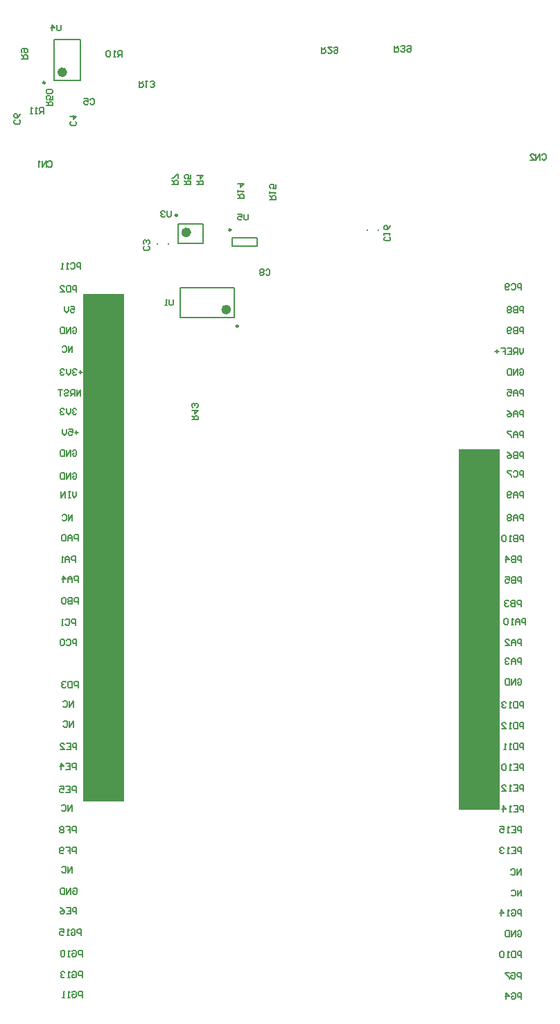
<source format=gbr>
%TF.GenerationSoftware,Altium Limited,Altium Designer,19.1.6 (110)*%
G04 Layer_Color=32896*
%FSLAX26Y26*%
%MOIN*%
%TF.FileFunction,Legend,Bot*%
%TF.Part,Single*%
G01*
G75*
%TA.AperFunction,NonConductor*%
%ADD51C,0.009842*%
%ADD52C,0.023622*%
%ADD53C,0.007874*%
%ADD54C,0.005906*%
G36*
X2179365Y2972247D02*
Y1239963D01*
X2376215D01*
Y2972247D01*
X2179365D01*
D02*
G37*
G36*
X373148Y3720471D02*
X373151Y1279529D01*
X570001D01*
X569999Y3720471D01*
X373148D01*
D02*
G37*
D51*
X1081929Y4028071D02*
G03*
X1081929Y4028071I-4921J0D01*
G01*
X824213Y4097598D02*
G03*
X824213Y4097598I-4921J0D01*
G01*
X1117795Y3564811D02*
G03*
X1117795Y3564811I-4921J0D01*
G01*
X188701Y4735551D02*
G03*
X188701Y4735551I-4921J0D01*
G01*
D52*
X879331Y4015905D02*
G03*
X879331Y4015905I-11811J0D01*
G01*
X1071535Y3644535D02*
G03*
X1071535Y3644535I-11811J0D01*
G01*
X283189Y4785945D02*
G03*
X283189Y4785945I-11811J0D01*
G01*
D53*
X1087836Y3950316D02*
Y3989686D01*
X1209882Y3950316D02*
Y3989686D01*
X1087836D02*
X1209882D01*
X1087836Y3950316D02*
X1209882D01*
X950198Y3964724D02*
Y4055276D01*
X828150Y3964724D02*
Y4055276D01*
Y3964724D02*
X950198D01*
X828150Y4055276D02*
X950198D01*
X1791575Y4027032D02*
Y4030968D01*
X1738425Y4027032D02*
Y4030968D01*
X728598Y3959032D02*
Y3962968D01*
X781748Y3959032D02*
Y3962968D01*
X839252Y3605166D02*
Y3750834D01*
X1099094Y3605166D02*
Y3750834D01*
X839252D02*
X1099094D01*
X839252Y3605166D02*
X1099094D01*
X232008Y4746574D02*
Y4943426D01*
X357992Y4746574D02*
Y4943426D01*
X232008Y4746574D02*
X357992D01*
X232008Y4943426D02*
X357992D01*
D54*
X310321Y3659518D02*
X330000D01*
Y3644759D01*
X320161Y3649679D01*
X315241D01*
X310321Y3644759D01*
Y3634920D01*
X315241Y3630000D01*
X325080D01*
X330000Y3634920D01*
X300482Y3659518D02*
Y3639839D01*
X290642Y3630000D01*
X280803Y3639839D01*
Y3659518D01*
X201913Y4352492D02*
X203319Y4355304D01*
X206131Y4358115D01*
X208942Y4359521D01*
X214565D01*
X217377Y4358115D01*
X220188Y4355304D01*
X221594Y4352492D01*
X223000Y4348275D01*
Y4341246D01*
X221594Y4337029D01*
X220188Y4334217D01*
X217377Y4331406D01*
X214565Y4330000D01*
X208942D01*
X206131Y4331406D01*
X203319Y4334217D01*
X201913Y4337029D01*
X193619Y4359521D02*
Y4330000D01*
Y4359521D02*
X173939Y4330000D01*
Y4359521D02*
Y4330000D01*
X165785Y4353898D02*
X162973Y4355304D01*
X158756Y4359521D01*
Y4330000D01*
X2577913Y4386492D02*
X2579319Y4389304D01*
X2582131Y4392115D01*
X2584942Y4393521D01*
X2590565D01*
X2593377Y4392115D01*
X2596188Y4389304D01*
X2597594Y4386492D01*
X2599000Y4382275D01*
Y4375246D01*
X2597594Y4371029D01*
X2596188Y4368217D01*
X2593377Y4365406D01*
X2590565Y4364000D01*
X2584942D01*
X2582131Y4365406D01*
X2579319Y4368217D01*
X2577913Y4371029D01*
X2569619Y4393521D02*
Y4364000D01*
Y4393521D02*
X2549939Y4364000D01*
Y4393521D02*
Y4364000D01*
X2540379Y4386492D02*
Y4387898D01*
X2538973Y4390710D01*
X2537568Y4392115D01*
X2534756Y4393521D01*
X2529133D01*
X2526322Y4392115D01*
X2524916Y4390710D01*
X2523510Y4387898D01*
Y4385087D01*
X2524916Y4382275D01*
X2527727Y4378058D01*
X2541785Y4364000D01*
X2522104D01*
X320000Y3440000D02*
Y3469518D01*
X300321Y3440000D01*
Y3469518D01*
X270803Y3464598D02*
X275723Y3469518D01*
X285562D01*
X290482Y3464598D01*
Y3444920D01*
X285562Y3440000D01*
X275723D01*
X270803Y3444920D01*
X360000Y3840000D02*
Y3869518D01*
X345241D01*
X340321Y3864598D01*
Y3854759D01*
X345241Y3849839D01*
X360000D01*
X310803Y3864598D02*
X315723Y3869518D01*
X325562D01*
X330482Y3864598D01*
Y3844920D01*
X325562Y3840000D01*
X315723D01*
X310803Y3844920D01*
X300964Y3840000D02*
X291124D01*
X296044D01*
Y3869518D01*
X300964Y3864598D01*
X276365Y3840000D02*
X266526D01*
X271446D01*
Y3869518D01*
X276365Y3864598D01*
X340000Y3730000D02*
Y3759518D01*
X325241D01*
X320321Y3754598D01*
Y3744759D01*
X325241Y3739839D01*
X340000D01*
X310482Y3759518D02*
Y3730000D01*
X295723D01*
X290803Y3734920D01*
Y3754598D01*
X295723Y3759518D01*
X310482D01*
X261285Y3730000D02*
X280964D01*
X261285Y3749679D01*
Y3754598D01*
X266205Y3759518D01*
X276044D01*
X280964Y3754598D01*
X320321Y3554598D02*
X325241Y3559518D01*
X335080D01*
X340000Y3554598D01*
Y3534920D01*
X335080Y3530000D01*
X325241D01*
X320321Y3534920D01*
Y3544759D01*
X330161D01*
X310482Y3530000D02*
Y3559518D01*
X290803Y3530000D01*
Y3559518D01*
X280964D02*
Y3530000D01*
X266205D01*
X261285Y3534920D01*
Y3554598D01*
X266205Y3559518D01*
X280964D01*
X370000Y3344759D02*
X350321D01*
X360161Y3354598D02*
Y3334920D01*
X340482Y3354598D02*
X335562Y3359518D01*
X325723D01*
X320803Y3354598D01*
Y3349679D01*
X325723Y3344759D01*
X330642D01*
X325723D01*
X320803Y3339839D01*
Y3334920D01*
X325723Y3330000D01*
X335562D01*
X340482Y3334920D01*
X310964Y3359518D02*
Y3339839D01*
X301124Y3330000D01*
X291285Y3339839D01*
Y3359518D01*
X281446Y3354598D02*
X276526Y3359518D01*
X266687D01*
X261767Y3354598D01*
Y3349679D01*
X266687Y3344759D01*
X271606D01*
X266687D01*
X261767Y3339839D01*
Y3334920D01*
X266687Y3330000D01*
X276526D01*
X281446Y3334920D01*
X360000Y3230000D02*
Y3259518D01*
X340321Y3230000D01*
Y3259518D01*
X330482Y3230000D02*
Y3259518D01*
X315723D01*
X310803Y3254598D01*
Y3244759D01*
X315723Y3239839D01*
X330482D01*
X320642D02*
X310803Y3230000D01*
X281285Y3254598D02*
X286205Y3259518D01*
X296044D01*
X300964Y3254598D01*
Y3249679D01*
X296044Y3244759D01*
X286205D01*
X281285Y3239839D01*
Y3234920D01*
X286205Y3230000D01*
X296044D01*
X300964Y3234920D01*
X271446Y3259518D02*
X251767D01*
X261606D01*
Y3230000D01*
X340000Y3164598D02*
X335080Y3169518D01*
X325241D01*
X320321Y3164598D01*
Y3159679D01*
X325241Y3154759D01*
X330161D01*
X325241D01*
X320321Y3149839D01*
Y3144920D01*
X325241Y3140000D01*
X335080D01*
X340000Y3144920D01*
X310482Y3169518D02*
Y3149839D01*
X300642Y3140000D01*
X290803Y3149839D01*
Y3169518D01*
X280964Y3164598D02*
X276044Y3169518D01*
X266205D01*
X261285Y3164598D01*
Y3159679D01*
X266205Y3154759D01*
X271124D01*
X266205D01*
X261285Y3149839D01*
Y3144920D01*
X266205Y3140000D01*
X276044D01*
X280964Y3144920D01*
X350000Y3054759D02*
X330321D01*
X340161Y3064598D02*
Y3044920D01*
X300803Y3069518D02*
X320482D01*
Y3054759D01*
X310642Y3059679D01*
X305723D01*
X300803Y3054759D01*
Y3044920D01*
X305723Y3040000D01*
X315562D01*
X320482Y3044920D01*
X290964Y3069518D02*
Y3049839D01*
X281124Y3040000D01*
X271285Y3049839D01*
Y3069518D01*
X320321Y2964598D02*
X325241Y2969518D01*
X335080D01*
X340000Y2964598D01*
Y2944920D01*
X335080Y2940000D01*
X325241D01*
X320321Y2944920D01*
Y2954759D01*
X330161D01*
X310482Y2940000D02*
Y2969518D01*
X290803Y2940000D01*
Y2969518D01*
X280964D02*
Y2940000D01*
X266205D01*
X261285Y2944920D01*
Y2964598D01*
X266205Y2969518D01*
X280964D01*
X320321Y2854598D02*
X325241Y2859518D01*
X335080D01*
X340000Y2854598D01*
Y2834920D01*
X335080Y2830000D01*
X325241D01*
X320321Y2834920D01*
Y2844759D01*
X330161D01*
X310482Y2830000D02*
Y2859518D01*
X290803Y2830000D01*
Y2859518D01*
X280964D02*
Y2830000D01*
X266205D01*
X261285Y2834920D01*
Y2854598D01*
X266205Y2859518D01*
X280964D01*
X347795Y2229956D02*
Y2259474D01*
X333036D01*
X328117Y2254554D01*
Y2244715D01*
X333036Y2239795D01*
X347795D01*
X318277Y2259474D02*
Y2229956D01*
X303518D01*
X298599Y2234875D01*
Y2239795D01*
X303518Y2244715D01*
X318277D01*
X303518D01*
X298599Y2249634D01*
Y2254554D01*
X303518Y2259474D01*
X318277D01*
X288759Y2254554D02*
X283839Y2259474D01*
X274000D01*
X269080Y2254554D01*
Y2234875D01*
X274000Y2229956D01*
X283839D01*
X288759Y2234875D01*
Y2254554D01*
X347807Y2333956D02*
Y2363474D01*
X333048D01*
X328128Y2358554D01*
Y2348715D01*
X333048Y2343795D01*
X347807D01*
X318288Y2333956D02*
Y2353634D01*
X308449Y2363474D01*
X298610Y2353634D01*
Y2333956D01*
Y2348715D01*
X318288D01*
X274011Y2333956D02*
Y2363474D01*
X288770Y2348715D01*
X269092D01*
X335795Y2429956D02*
Y2459474D01*
X321036D01*
X316117Y2454554D01*
Y2444715D01*
X321036Y2439795D01*
X335795D01*
X306277Y2429956D02*
Y2449634D01*
X296438Y2459474D01*
X286599Y2449634D01*
Y2429956D01*
Y2444715D01*
X306277D01*
X276759Y2429956D02*
X266920D01*
X271839D01*
Y2459474D01*
X276759Y2454554D01*
X347795Y2531956D02*
Y2561474D01*
X333036D01*
X328117Y2556554D01*
Y2546715D01*
X333036Y2541795D01*
X347795D01*
X318277Y2531956D02*
Y2551634D01*
X308438Y2561474D01*
X298599Y2551634D01*
Y2531956D01*
Y2546715D01*
X318277D01*
X288759Y2556554D02*
X283839Y2561474D01*
X274000D01*
X269080Y2556554D01*
Y2536875D01*
X274000Y2531956D01*
X283839D01*
X288759Y2536875D01*
Y2556554D01*
X340000Y2769518D02*
Y2749839D01*
X330161Y2740000D01*
X320321Y2749839D01*
Y2769518D01*
X310482D02*
X300642D01*
X305562D01*
Y2740000D01*
X310482D01*
X300642D01*
X285884D02*
Y2769518D01*
X266205Y2740000D01*
Y2769518D01*
X340000Y1530000D02*
Y1559518D01*
X325241D01*
X320321Y1554598D01*
Y1544759D01*
X325241Y1539839D01*
X340000D01*
X290803Y1559518D02*
X310482D01*
Y1530000D01*
X290803D01*
X310482Y1544759D02*
X300642D01*
X261285Y1530000D02*
X280964D01*
X261285Y1549679D01*
Y1554598D01*
X266205Y1559518D01*
X276044D01*
X280964Y1554598D01*
X347795Y1827956D02*
Y1857474D01*
X333036D01*
X328117Y1852554D01*
Y1842715D01*
X333036Y1837795D01*
X347795D01*
X318277Y1857474D02*
Y1827956D01*
X303518D01*
X298599Y1832875D01*
Y1852554D01*
X303518Y1857474D01*
X318277D01*
X288759Y1852554D02*
X283839Y1857474D01*
X274000D01*
X269080Y1852554D01*
Y1847634D01*
X274000Y1842715D01*
X278920D01*
X274000D01*
X269080Y1837795D01*
Y1832875D01*
X274000Y1827956D01*
X283839D01*
X288759Y1832875D01*
X340000Y2030000D02*
Y2059518D01*
X325241D01*
X320321Y2054598D01*
Y2044759D01*
X325241Y2039839D01*
X340000D01*
X290803Y2054598D02*
X295723Y2059518D01*
X305562D01*
X310482Y2054598D01*
Y2034920D01*
X305562Y2030000D01*
X295723D01*
X290803Y2034920D01*
X280964Y2054598D02*
X276044Y2059518D01*
X266205D01*
X261285Y2054598D01*
Y2034920D01*
X266205Y2030000D01*
X276044D01*
X280964Y2034920D01*
Y2054598D01*
X335795Y2126956D02*
Y2156474D01*
X321036D01*
X316117Y2151554D01*
Y2141715D01*
X321036Y2136795D01*
X335795D01*
X286599Y2151554D02*
X291518Y2156474D01*
X301358D01*
X306277Y2151554D01*
Y2131875D01*
X301358Y2126956D01*
X291518D01*
X286599Y2131875D01*
X276759Y2126956D02*
X266920D01*
X271839D01*
Y2156474D01*
X276759Y2151554D01*
X337795Y1028956D02*
Y1058474D01*
X323036D01*
X318117Y1053554D01*
Y1043715D01*
X323036Y1038795D01*
X337795D01*
X288599Y1058474D02*
X308277D01*
Y1043715D01*
X298438D01*
X308277D01*
Y1028956D01*
X278759Y1033875D02*
X273839Y1028956D01*
X264000D01*
X259080Y1033875D01*
Y1053554D01*
X264000Y1058474D01*
X273839D01*
X278759Y1053554D01*
Y1048634D01*
X273839Y1043715D01*
X259080D01*
X337795Y1128956D02*
Y1158474D01*
X323036D01*
X318117Y1153554D01*
Y1143715D01*
X323036Y1138795D01*
X337795D01*
X288599Y1158474D02*
X308277D01*
Y1143715D01*
X298438D01*
X308277D01*
Y1128956D01*
X278759Y1153554D02*
X273839Y1158474D01*
X264000D01*
X259080Y1153554D01*
Y1148634D01*
X264000Y1143715D01*
X259080Y1138795D01*
Y1133875D01*
X264000Y1128956D01*
X273839D01*
X278759Y1133875D01*
Y1138795D01*
X273839Y1143715D01*
X278759Y1148634D01*
Y1153554D01*
X273839Y1143715D02*
X264000D01*
X337807Y1433956D02*
Y1463474D01*
X323048D01*
X318128Y1458554D01*
Y1448715D01*
X323048Y1443795D01*
X337807D01*
X288610Y1463474D02*
X308288D01*
Y1433956D01*
X288610D01*
X308288Y1448715D02*
X298449D01*
X264011Y1433956D02*
Y1463474D01*
X278770Y1448715D01*
X259092D01*
X366964Y337955D02*
Y367474D01*
X352205D01*
X347285Y362554D01*
Y352714D01*
X352205Y347795D01*
X366964D01*
X317767Y362554D02*
X322687Y367474D01*
X332526D01*
X337446Y362554D01*
Y342875D01*
X332526Y337955D01*
X322687D01*
X317767Y342875D01*
Y352714D01*
X327606D01*
X307928Y337955D02*
X298088D01*
X303008D01*
Y367474D01*
X307928Y362554D01*
X283329Y337955D02*
X273490D01*
X278409D01*
Y367474D01*
X283329Y362554D01*
X366964Y432955D02*
Y462474D01*
X352205D01*
X347285Y457554D01*
Y447714D01*
X352205Y442795D01*
X366964D01*
X317767Y457554D02*
X322687Y462474D01*
X332526D01*
X337446Y457554D01*
Y437875D01*
X332526Y432955D01*
X322687D01*
X317767Y437875D01*
Y447714D01*
X327606D01*
X307928Y432955D02*
X298088D01*
X303008D01*
Y462474D01*
X307928Y457554D01*
X283329D02*
X278409Y462474D01*
X268570D01*
X263651Y457554D01*
Y452634D01*
X268570Y447714D01*
X273490D01*
X268570D01*
X263651Y442795D01*
Y437875D01*
X268570Y432955D01*
X278409D01*
X283329Y437875D01*
X366964Y533956D02*
Y563474D01*
X352205D01*
X347285Y558554D01*
Y548715D01*
X352205Y543795D01*
X366964D01*
X317767Y558554D02*
X322687Y563474D01*
X332526D01*
X337446Y558554D01*
Y538875D01*
X332526Y533956D01*
X322687D01*
X317767Y538875D01*
Y548715D01*
X327606D01*
X307928Y533956D02*
X298088D01*
X303008D01*
Y563474D01*
X307928Y558554D01*
X283329D02*
X278409Y563474D01*
X268570D01*
X263651Y558554D01*
Y538875D01*
X268570Y533956D01*
X278409D01*
X283329Y538875D01*
Y558554D01*
X340000Y740000D02*
Y769518D01*
X325241D01*
X320321Y764598D01*
Y754759D01*
X325241Y749839D01*
X340000D01*
X290803Y769518D02*
X310482D01*
Y740000D01*
X290803D01*
X310482Y754759D02*
X300642D01*
X261285Y769518D02*
X271124Y764598D01*
X280964Y754759D01*
Y744920D01*
X276044Y740000D01*
X266205D01*
X261285Y744920D01*
Y749839D01*
X266205Y754759D01*
X280964D01*
X322172Y858428D02*
X327091Y863348D01*
X336931D01*
X341850Y858428D01*
Y838749D01*
X336931Y833830D01*
X327091D01*
X322172Y838749D01*
Y848588D01*
X332011D01*
X312332Y833830D02*
Y863348D01*
X292654Y833830D01*
Y863348D01*
X282814D02*
Y833830D01*
X268055D01*
X263135Y838749D01*
Y858428D01*
X268055Y863348D01*
X282814D01*
X337795Y1322956D02*
Y1352474D01*
X323036D01*
X318117Y1347554D01*
Y1337715D01*
X323036Y1332795D01*
X337795D01*
X288599Y1352474D02*
X308277D01*
Y1322956D01*
X288599D01*
X308277Y1337715D02*
X298438D01*
X259080Y1352474D02*
X278759D01*
Y1337715D01*
X268920Y1342634D01*
X264000D01*
X259080Y1337715D01*
Y1327875D01*
X264000Y1322956D01*
X273839D01*
X278759Y1327875D01*
X2470321Y3354598D02*
X2475241Y3359518D01*
X2485080D01*
X2490000Y3354598D01*
Y3334920D01*
X2485080Y3330000D01*
X2475241D01*
X2470321Y3334920D01*
Y3344759D01*
X2480161D01*
X2460482Y3330000D02*
Y3359518D01*
X2440803Y3330000D01*
Y3359518D01*
X2430964D02*
Y3330000D01*
X2416205D01*
X2411285Y3334920D01*
Y3354598D01*
X2416205Y3359518D01*
X2430964D01*
X2490000Y3459518D02*
Y3439839D01*
X2480161Y3430000D01*
X2470321Y3439839D01*
Y3459518D01*
X2460482Y3430000D02*
Y3459518D01*
X2445723D01*
X2440803Y3454598D01*
Y3444759D01*
X2445723Y3439839D01*
X2460482D01*
X2450642D02*
X2440803Y3430000D01*
X2411285Y3459518D02*
X2430964D01*
Y3430000D01*
X2411285D01*
X2430964Y3444759D02*
X2421124D01*
X2381767Y3459518D02*
X2401446D01*
Y3444759D01*
X2391606D01*
X2401446D01*
Y3430000D01*
X2371928Y3444759D02*
X2352249D01*
X2362088Y3454598D02*
Y3434920D01*
X2490000Y3530000D02*
Y3559518D01*
X2475241D01*
X2470321Y3554598D01*
Y3544759D01*
X2475241Y3539839D01*
X2490000D01*
X2460482Y3559518D02*
Y3530000D01*
X2445723D01*
X2440803Y3534920D01*
Y3539839D01*
X2445723Y3544759D01*
X2460482D01*
X2445723D01*
X2440803Y3549679D01*
Y3554598D01*
X2445723Y3559518D01*
X2460482D01*
X2430964Y3534920D02*
X2426044Y3530000D01*
X2416205D01*
X2411285Y3534920D01*
Y3554598D01*
X2416205Y3559518D01*
X2426044D01*
X2430964Y3554598D01*
Y3549679D01*
X2426044Y3544759D01*
X2411285D01*
X2490000Y3630000D02*
Y3659518D01*
X2475241D01*
X2470321Y3654598D01*
Y3644759D01*
X2475241Y3639839D01*
X2490000D01*
X2460482Y3659518D02*
Y3630000D01*
X2445723D01*
X2440803Y3634920D01*
Y3639839D01*
X2445723Y3644759D01*
X2460482D01*
X2445723D01*
X2440803Y3649679D01*
Y3654598D01*
X2445723Y3659518D01*
X2460482D01*
X2430964Y3654598D02*
X2426044Y3659518D01*
X2416205D01*
X2411285Y3654598D01*
Y3649679D01*
X2416205Y3644759D01*
X2411285Y3639839D01*
Y3634920D01*
X2416205Y3630000D01*
X2426044D01*
X2430964Y3634920D01*
Y3639839D01*
X2426044Y3644759D01*
X2430964Y3649679D01*
Y3654598D01*
X2426044Y3644759D02*
X2416205D01*
X2480000Y3740000D02*
Y3769518D01*
X2465241D01*
X2460321Y3764598D01*
Y3754759D01*
X2465241Y3749839D01*
X2480000D01*
X2430803Y3764598D02*
X2435723Y3769518D01*
X2445562D01*
X2450482Y3764598D01*
Y3744920D01*
X2445562Y3740000D01*
X2435723D01*
X2430803Y3744920D01*
X2420964D02*
X2416044Y3740000D01*
X2406205D01*
X2401285Y3744920D01*
Y3764598D01*
X2406205Y3769518D01*
X2416044D01*
X2420964Y3764598D01*
Y3759679D01*
X2416044Y3754759D01*
X2401285D01*
X2490000Y2840000D02*
Y2869518D01*
X2475241D01*
X2470321Y2864598D01*
Y2854759D01*
X2475241Y2849839D01*
X2490000D01*
X2440803Y2864598D02*
X2445723Y2869518D01*
X2455562D01*
X2460482Y2864598D01*
Y2844920D01*
X2455562Y2840000D01*
X2445723D01*
X2440803Y2844920D01*
X2430964Y2869518D02*
X2411285D01*
Y2864598D01*
X2430964Y2844920D01*
Y2840000D01*
X2490000Y2930000D02*
Y2959518D01*
X2475241D01*
X2470321Y2954598D01*
Y2944759D01*
X2475241Y2939839D01*
X2490000D01*
X2460482Y2959518D02*
Y2930000D01*
X2445723D01*
X2440803Y2934920D01*
Y2939839D01*
X2445723Y2944759D01*
X2460482D01*
X2445723D01*
X2440803Y2949679D01*
Y2954598D01*
X2445723Y2959518D01*
X2460482D01*
X2411285D02*
X2421124Y2954598D01*
X2430964Y2944759D01*
Y2934920D01*
X2426044Y2930000D01*
X2416205D01*
X2411285Y2934920D01*
Y2939839D01*
X2416205Y2944759D01*
X2430964D01*
X2490000Y3030000D02*
Y3059518D01*
X2475241D01*
X2470321Y3054598D01*
Y3044759D01*
X2475241Y3039839D01*
X2490000D01*
X2460482Y3030000D02*
Y3049679D01*
X2450642Y3059518D01*
X2440803Y3049679D01*
Y3030000D01*
Y3044759D01*
X2460482D01*
X2430964Y3059518D02*
X2411285D01*
Y3054598D01*
X2430964Y3034920D01*
Y3030000D01*
X2490000Y3130000D02*
Y3159518D01*
X2475241D01*
X2470321Y3154598D01*
Y3144759D01*
X2475241Y3139839D01*
X2490000D01*
X2460482Y3130000D02*
Y3149679D01*
X2450642Y3159518D01*
X2440803Y3149679D01*
Y3130000D01*
Y3144759D01*
X2460482D01*
X2411285Y3159518D02*
X2421124Y3154598D01*
X2430964Y3144759D01*
Y3134920D01*
X2426044Y3130000D01*
X2416205D01*
X2411285Y3134920D01*
Y3139839D01*
X2416205Y3144759D01*
X2430964D01*
X2490000Y3230000D02*
Y3259518D01*
X2475241D01*
X2470321Y3254598D01*
Y3244759D01*
X2475241Y3239839D01*
X2490000D01*
X2460482Y3230000D02*
Y3249679D01*
X2450642Y3259518D01*
X2440803Y3249679D01*
Y3230000D01*
Y3244759D01*
X2460482D01*
X2411285Y3259518D02*
X2430964D01*
Y3244759D01*
X2421124Y3249679D01*
X2416205D01*
X2411285Y3244759D01*
Y3234920D01*
X2416205Y3230000D01*
X2426044D01*
X2430964Y3234920D01*
X2480000Y2330000D02*
Y2359518D01*
X2465241D01*
X2460321Y2354598D01*
Y2344759D01*
X2465241Y2339839D01*
X2480000D01*
X2450482Y2359518D02*
Y2330000D01*
X2435723D01*
X2430803Y2334920D01*
Y2339839D01*
X2435723Y2344759D01*
X2450482D01*
X2435723D01*
X2430803Y2349679D01*
Y2354598D01*
X2435723Y2359518D01*
X2450482D01*
X2401285D02*
X2420964D01*
Y2344759D01*
X2411124Y2349679D01*
X2406205D01*
X2401285Y2344759D01*
Y2334920D01*
X2406205Y2330000D01*
X2416044D01*
X2420964Y2334920D01*
X2480000Y2430000D02*
Y2459518D01*
X2465241D01*
X2460321Y2454598D01*
Y2444759D01*
X2465241Y2439839D01*
X2480000D01*
X2450482Y2459518D02*
Y2430000D01*
X2435723D01*
X2430803Y2434920D01*
Y2439839D01*
X2435723Y2444759D01*
X2450482D01*
X2435723D01*
X2430803Y2449679D01*
Y2454598D01*
X2435723Y2459518D01*
X2450482D01*
X2406205Y2430000D02*
Y2459518D01*
X2420964Y2444759D01*
X2401285D01*
X2490000Y2530000D02*
Y2559518D01*
X2475241D01*
X2470321Y2554598D01*
Y2544759D01*
X2475241Y2539839D01*
X2490000D01*
X2460482Y2559518D02*
Y2530000D01*
X2445723D01*
X2440803Y2534920D01*
Y2539839D01*
X2445723Y2544759D01*
X2460482D01*
X2445723D01*
X2440803Y2549679D01*
Y2554598D01*
X2445723Y2559518D01*
X2460482D01*
X2430964Y2530000D02*
X2421124D01*
X2426044D01*
Y2559518D01*
X2430964Y2554598D01*
X2406365D02*
X2401446Y2559518D01*
X2391606D01*
X2386687Y2554598D01*
Y2534920D01*
X2391606Y2530000D01*
X2401446D01*
X2406365Y2534920D01*
Y2554598D01*
X2490000Y2630000D02*
Y2659518D01*
X2475241D01*
X2470321Y2654598D01*
Y2644759D01*
X2475241Y2639839D01*
X2490000D01*
X2460482Y2630000D02*
Y2649679D01*
X2450642Y2659518D01*
X2440803Y2649679D01*
Y2630000D01*
Y2644759D01*
X2460482D01*
X2430964Y2654598D02*
X2426044Y2659518D01*
X2416205D01*
X2411285Y2654598D01*
Y2649679D01*
X2416205Y2644759D01*
X2411285Y2639839D01*
Y2634920D01*
X2416205Y2630000D01*
X2426044D01*
X2430964Y2634920D01*
Y2639839D01*
X2426044Y2644759D01*
X2430964Y2649679D01*
Y2654598D01*
X2426044Y2644759D02*
X2416205D01*
X2490000Y2740000D02*
Y2769518D01*
X2475241D01*
X2470321Y2764598D01*
Y2754759D01*
X2475241Y2749839D01*
X2490000D01*
X2460482Y2740000D02*
Y2759679D01*
X2450642Y2769518D01*
X2440803Y2759679D01*
Y2740000D01*
Y2754759D01*
X2460482D01*
X2430964Y2744920D02*
X2426044Y2740000D01*
X2416205D01*
X2411285Y2744920D01*
Y2764598D01*
X2416205Y2769518D01*
X2426044D01*
X2430964Y2764598D01*
Y2759679D01*
X2426044Y2754759D01*
X2411285D01*
X2460321Y1864598D02*
X2465241Y1869518D01*
X2475080D01*
X2480000Y1864598D01*
Y1844920D01*
X2475080Y1840000D01*
X2465241D01*
X2460321Y1844920D01*
Y1854759D01*
X2470161D01*
X2450482Y1840000D02*
Y1869518D01*
X2430803Y1840000D01*
Y1869518D01*
X2420964D02*
Y1840000D01*
X2406205D01*
X2401285Y1844920D01*
Y1864598D01*
X2406205Y1869518D01*
X2420964D01*
X2480000Y1940000D02*
Y1969518D01*
X2465241D01*
X2460321Y1964598D01*
Y1954759D01*
X2465241Y1949839D01*
X2480000D01*
X2450482Y1940000D02*
Y1959679D01*
X2440642Y1969518D01*
X2430803Y1959679D01*
Y1940000D01*
Y1954759D01*
X2450482D01*
X2420964Y1964598D02*
X2416044Y1969518D01*
X2406205D01*
X2401285Y1964598D01*
Y1959679D01*
X2406205Y1954759D01*
X2411124D01*
X2406205D01*
X2401285Y1949839D01*
Y1944920D01*
X2406205Y1940000D01*
X2416044D01*
X2420964Y1944920D01*
X2480000Y2030000D02*
Y2059518D01*
X2465241D01*
X2460321Y2054598D01*
Y2044759D01*
X2465241Y2039839D01*
X2480000D01*
X2450482Y2030000D02*
Y2049679D01*
X2440642Y2059518D01*
X2430803Y2049679D01*
Y2030000D01*
Y2044759D01*
X2450482D01*
X2401285Y2030000D02*
X2420964D01*
X2401285Y2049679D01*
Y2054598D01*
X2406205Y2059518D01*
X2416044D01*
X2420964Y2054598D01*
X2500000Y2130000D02*
Y2159518D01*
X2485241D01*
X2480321Y2154598D01*
Y2144759D01*
X2485241Y2139839D01*
X2500000D01*
X2470482Y2130000D02*
Y2149679D01*
X2460642Y2159518D01*
X2450803Y2149679D01*
Y2130000D01*
Y2144759D01*
X2470482D01*
X2440964Y2130000D02*
X2431124D01*
X2436044D01*
Y2159518D01*
X2440964Y2154598D01*
X2416365D02*
X2411446Y2159518D01*
X2401606D01*
X2396687Y2154598D01*
Y2134920D01*
X2401606Y2130000D01*
X2411446D01*
X2416365Y2134920D01*
Y2154598D01*
X2478795Y2216956D02*
Y2246474D01*
X2464036D01*
X2459117Y2241554D01*
Y2231715D01*
X2464036Y2226795D01*
X2478795D01*
X2449277Y2246474D02*
Y2216956D01*
X2434518D01*
X2429599Y2221875D01*
Y2226795D01*
X2434518Y2231715D01*
X2449277D01*
X2434518D01*
X2429599Y2236634D01*
Y2241554D01*
X2434518Y2246474D01*
X2449277D01*
X2419759Y2241554D02*
X2414839Y2246474D01*
X2405000D01*
X2400080Y2241554D01*
Y2236634D01*
X2405000Y2231715D01*
X2409920D01*
X2405000D01*
X2400080Y2226795D01*
Y2221875D01*
X2405000Y2216956D01*
X2414839D01*
X2419759Y2221875D01*
X2490000Y1330000D02*
Y1359518D01*
X2475241D01*
X2470321Y1354598D01*
Y1344759D01*
X2475241Y1339839D01*
X2490000D01*
X2440803Y1359518D02*
X2460482D01*
Y1330000D01*
X2440803D01*
X2460482Y1344759D02*
X2450642D01*
X2430964Y1330000D02*
X2421124D01*
X2426044D01*
Y1359518D01*
X2430964Y1354598D01*
X2386687Y1330000D02*
X2406365D01*
X2386687Y1349679D01*
Y1354598D01*
X2391606Y1359518D01*
X2401446D01*
X2406365Y1354598D01*
X2490000Y1430000D02*
Y1459518D01*
X2475241D01*
X2470321Y1454598D01*
Y1444759D01*
X2475241Y1439839D01*
X2490000D01*
X2440803Y1459518D02*
X2460482D01*
Y1430000D01*
X2440803D01*
X2460482Y1444759D02*
X2450642D01*
X2430964Y1430000D02*
X2421124D01*
X2426044D01*
Y1459518D01*
X2430964Y1454598D01*
X2406365D02*
X2401446Y1459518D01*
X2391606D01*
X2386687Y1454598D01*
Y1434920D01*
X2391606Y1430000D01*
X2401446D01*
X2406365Y1434920D01*
Y1454598D01*
X2490000Y1530000D02*
Y1559518D01*
X2475241D01*
X2470321Y1554598D01*
Y1544759D01*
X2475241Y1539839D01*
X2490000D01*
X2460482Y1559518D02*
Y1530000D01*
X2445723D01*
X2440803Y1534920D01*
Y1554598D01*
X2445723Y1559518D01*
X2460482D01*
X2430964Y1530000D02*
X2421124D01*
X2426044D01*
Y1559518D01*
X2430964Y1554598D01*
X2406365Y1530000D02*
X2396526D01*
X2401446D01*
Y1559518D01*
X2406365Y1554598D01*
X2490000Y1630000D02*
Y1659518D01*
X2475241D01*
X2470321Y1654598D01*
Y1644759D01*
X2475241Y1639839D01*
X2490000D01*
X2460482Y1659518D02*
Y1630000D01*
X2445723D01*
X2440803Y1634920D01*
Y1654598D01*
X2445723Y1659518D01*
X2460482D01*
X2430964Y1630000D02*
X2421124D01*
X2426044D01*
Y1659518D01*
X2430964Y1654598D01*
X2386687Y1630000D02*
X2406365D01*
X2386687Y1649679D01*
Y1654598D01*
X2391606Y1659518D01*
X2401446D01*
X2406365Y1654598D01*
X2490000Y1730000D02*
Y1759518D01*
X2475241D01*
X2470321Y1754598D01*
Y1744759D01*
X2475241Y1739839D01*
X2490000D01*
X2460482Y1759518D02*
Y1730000D01*
X2445723D01*
X2440803Y1734920D01*
Y1754598D01*
X2445723Y1759518D01*
X2460482D01*
X2430964Y1730000D02*
X2421124D01*
X2426044D01*
Y1759518D01*
X2430964Y1754598D01*
X2406365D02*
X2401446Y1759518D01*
X2391606D01*
X2386687Y1754598D01*
Y1749679D01*
X2391606Y1744759D01*
X2396526D01*
X2391606D01*
X2386687Y1739839D01*
Y1734920D01*
X2391606Y1730000D01*
X2401446D01*
X2406365Y1734920D01*
X2480000Y1030000D02*
Y1059518D01*
X2465241D01*
X2460321Y1054598D01*
Y1044759D01*
X2465241Y1039839D01*
X2480000D01*
X2430803Y1059518D02*
X2450482D01*
Y1030000D01*
X2430803D01*
X2450482Y1044759D02*
X2440642D01*
X2420964Y1030000D02*
X2411124D01*
X2416044D01*
Y1059518D01*
X2420964Y1054598D01*
X2396365D02*
X2391446Y1059518D01*
X2381606D01*
X2376687Y1054598D01*
Y1049679D01*
X2381606Y1044759D01*
X2386526D01*
X2381606D01*
X2376687Y1039839D01*
Y1034920D01*
X2381606Y1030000D01*
X2391446D01*
X2396365Y1034920D01*
X2480000Y1130000D02*
Y1159518D01*
X2465241D01*
X2460321Y1154598D01*
Y1144759D01*
X2465241Y1139839D01*
X2480000D01*
X2430803Y1159518D02*
X2450482D01*
Y1130000D01*
X2430803D01*
X2450482Y1144759D02*
X2440642D01*
X2420964Y1130000D02*
X2411124D01*
X2416044D01*
Y1159518D01*
X2420964Y1154598D01*
X2376687Y1159518D02*
X2396365D01*
Y1144759D01*
X2386526Y1149679D01*
X2381606D01*
X2376687Y1144759D01*
Y1134920D01*
X2381606Y1130000D01*
X2391446D01*
X2396365Y1134920D01*
X2490000Y1230000D02*
Y1259518D01*
X2475241D01*
X2470321Y1254598D01*
Y1244759D01*
X2475241Y1239839D01*
X2490000D01*
X2440803Y1259518D02*
X2460482D01*
Y1230000D01*
X2440803D01*
X2460482Y1244759D02*
X2450642D01*
X2430964Y1230000D02*
X2421124D01*
X2426044D01*
Y1259518D01*
X2430964Y1254598D01*
X2391606Y1230000D02*
Y1259518D01*
X2406365Y1244759D01*
X2386687D01*
X2480000Y730000D02*
Y759518D01*
X2465241D01*
X2460321Y754598D01*
Y744759D01*
X2465241Y739839D01*
X2480000D01*
X2430803Y754598D02*
X2435723Y759518D01*
X2445562D01*
X2450482Y754598D01*
Y734920D01*
X2445562Y730000D01*
X2435723D01*
X2430803Y734920D01*
Y744759D01*
X2440642D01*
X2420964Y730000D02*
X2411124D01*
X2416044D01*
Y759518D01*
X2420964Y754598D01*
X2381606Y730000D02*
Y759518D01*
X2396365Y744759D01*
X2376687D01*
X2460321Y654598D02*
X2465241Y659518D01*
X2475080D01*
X2480000Y654598D01*
Y634920D01*
X2475080Y630000D01*
X2465241D01*
X2460321Y634920D01*
Y644759D01*
X2470161D01*
X2450482Y630000D02*
Y659518D01*
X2430803Y630000D01*
Y659518D01*
X2420964D02*
Y630000D01*
X2406205D01*
X2401285Y634920D01*
Y654598D01*
X2406205Y659518D01*
X2420964D01*
X2480000Y530000D02*
Y559518D01*
X2465241D01*
X2460321Y554598D01*
Y544759D01*
X2465241Y539839D01*
X2480000D01*
X2450482Y559518D02*
Y530000D01*
X2435723D01*
X2430803Y534920D01*
Y554598D01*
X2435723Y559518D01*
X2450482D01*
X2420964Y530000D02*
X2411124D01*
X2416044D01*
Y559518D01*
X2420964Y554598D01*
X2396365D02*
X2391446Y559518D01*
X2381606D01*
X2376687Y554598D01*
Y534920D01*
X2381606Y530000D01*
X2391446D01*
X2396365Y534920D01*
Y554598D01*
X2479331Y428039D02*
Y457558D01*
X2464572D01*
X2459652Y452638D01*
Y442798D01*
X2464572Y437879D01*
X2479331D01*
X2430134Y452638D02*
X2435054Y457558D01*
X2444893D01*
X2449813Y452638D01*
Y432959D01*
X2444893Y428039D01*
X2435054D01*
X2430134Y432959D01*
Y442798D01*
X2439973D01*
X2420294Y457558D02*
X2400616D01*
Y452638D01*
X2420294Y432959D01*
Y428039D01*
X320000Y2630000D02*
Y2659518D01*
X300321Y2630000D01*
Y2659518D01*
X270803Y2654598D02*
X275723Y2659518D01*
X285562D01*
X290482Y2654598D01*
Y2634920D01*
X285562Y2630000D01*
X275723D01*
X270803Y2634920D01*
X324291Y1734420D02*
Y1763938D01*
X304613Y1734420D01*
Y1763938D01*
X275095Y1759018D02*
X280014Y1763938D01*
X289854D01*
X294773Y1759018D01*
Y1739340D01*
X289854Y1734420D01*
X280014D01*
X275095Y1739340D01*
X325276Y1636979D02*
Y1666497D01*
X305597Y1636979D01*
Y1666497D01*
X276079Y1661578D02*
X280999Y1666497D01*
X290838D01*
X295758Y1661578D01*
Y1641899D01*
X290838Y1636979D01*
X280999D01*
X276079Y1641899D01*
X317244Y1234420D02*
Y1263938D01*
X297565Y1234420D01*
Y1263938D01*
X268047Y1259018D02*
X272967Y1263938D01*
X282806D01*
X287726Y1259018D01*
Y1239340D01*
X282806Y1234420D01*
X272967D01*
X268047Y1239340D01*
X318228Y937176D02*
Y966694D01*
X298550Y937176D01*
Y966694D01*
X269032Y961774D02*
X273951Y966694D01*
X283791D01*
X288710Y961774D01*
Y942096D01*
X283791Y937176D01*
X273951D01*
X269032Y942096D01*
X362874Y635842D02*
Y665361D01*
X348115D01*
X343195Y660441D01*
Y650601D01*
X348115Y645682D01*
X362874D01*
X313677Y660441D02*
X318597Y665361D01*
X328436D01*
X333356Y660441D01*
Y640762D01*
X328436Y635842D01*
X318597D01*
X313677Y640762D01*
Y650601D01*
X323517D01*
X303838Y635842D02*
X293998D01*
X298918D01*
Y665361D01*
X303838Y660441D01*
X259561Y665361D02*
X279239D01*
Y650601D01*
X269400Y655521D01*
X264480D01*
X259561Y650601D01*
Y640762D01*
X264480Y635842D01*
X274320D01*
X279239Y640762D01*
X2477992Y926223D02*
Y955741D01*
X2458314Y926223D01*
Y955741D01*
X2428795Y950822D02*
X2433715Y955741D01*
X2443554D01*
X2448474Y950822D01*
Y931143D01*
X2443554Y926223D01*
X2433715D01*
X2428795Y931143D01*
X2479961Y824845D02*
Y854363D01*
X2460282Y824845D01*
Y854363D01*
X2430764Y849444D02*
X2435684Y854363D01*
X2445523D01*
X2450443Y849444D01*
Y829765D01*
X2445523Y824845D01*
X2435684D01*
X2430764Y829765D01*
X2480000Y330000D02*
Y359518D01*
X2465241D01*
X2460321Y354598D01*
Y344759D01*
X2465241Y339839D01*
X2480000D01*
X2430803Y354598D02*
X2435723Y359518D01*
X2445562D01*
X2450482Y354598D01*
Y334920D01*
X2445562Y330000D01*
X2435723D01*
X2430803Y334920D01*
Y344759D01*
X2440642D01*
X2406205Y330000D02*
Y359518D01*
X2420964Y344759D01*
X2401285D01*
X795000Y4119518D02*
Y4094920D01*
X790080Y4090000D01*
X780241D01*
X775321Y4094920D01*
Y4119518D01*
X765482Y4114598D02*
X760562Y4119518D01*
X750723D01*
X745803Y4114598D01*
Y4109679D01*
X750723Y4104759D01*
X755643D01*
X750723D01*
X745803Y4099839D01*
Y4094920D01*
X750723Y4090000D01*
X760562D01*
X765482Y4094920D01*
X859173Y4245000D02*
X888691D01*
Y4259759D01*
X883772Y4264679D01*
X873932D01*
X869013Y4259759D01*
Y4245000D01*
Y4254839D02*
X859173Y4264679D01*
X888691Y4294197D02*
Y4274518D01*
X873932D01*
X878852Y4284358D01*
Y4289277D01*
X873932Y4294197D01*
X864093D01*
X859173Y4289277D01*
Y4279438D01*
X864093Y4274518D01*
X919173Y4245000D02*
X948691D01*
Y4259759D01*
X943772Y4264679D01*
X933932D01*
X929013Y4259759D01*
Y4245000D01*
Y4254839D02*
X919173Y4264679D01*
Y4289277D02*
X948691D01*
X933932Y4274518D01*
Y4294197D01*
X1844598Y3994679D02*
X1849518Y3989759D01*
Y3979920D01*
X1844598Y3975000D01*
X1824920D01*
X1820000Y3979920D01*
Y3989759D01*
X1824920Y3994679D01*
X1820000Y4004518D02*
Y4014358D01*
Y4009438D01*
X1849518D01*
X1844598Y4004518D01*
X1849518Y4048795D02*
X1844598Y4038956D01*
X1834759Y4029117D01*
X1824920D01*
X1820000Y4034036D01*
Y4043876D01*
X1824920Y4048795D01*
X1829839D01*
X1834759Y4043876D01*
Y4029117D01*
X685772Y3949679D02*
X690691Y3944759D01*
Y3934920D01*
X685772Y3930000D01*
X666093D01*
X661173Y3934920D01*
Y3944759D01*
X666093Y3949679D01*
X685772Y3959518D02*
X690691Y3964438D01*
Y3974277D01*
X685772Y3979197D01*
X680852D01*
X675932Y3974277D01*
Y3969358D01*
Y3974277D01*
X671013Y3979197D01*
X666093D01*
X661173Y3974277D01*
Y3964438D01*
X666093Y3959518D01*
X405321Y4654598D02*
X410241Y4659518D01*
X420080D01*
X425000Y4654598D01*
Y4634920D01*
X420080Y4630000D01*
X410241D01*
X405321Y4634920D01*
X375803Y4659518D02*
X395482D01*
Y4644759D01*
X385642Y4649679D01*
X380723D01*
X375803Y4644759D01*
Y4634920D01*
X380723Y4630000D01*
X390562D01*
X395482Y4634920D01*
X63598Y4557679D02*
X68518Y4552759D01*
Y4542920D01*
X63598Y4538000D01*
X43920D01*
X39000Y4542920D01*
Y4552759D01*
X43920Y4557679D01*
X68518Y4587197D02*
X63598Y4577358D01*
X53759Y4567518D01*
X43920D01*
X39000Y4572438D01*
Y4582277D01*
X43920Y4587197D01*
X48839D01*
X53759Y4582277D01*
Y4567518D01*
X334598Y4549679D02*
X339518Y4544759D01*
Y4534920D01*
X334598Y4530000D01*
X314920D01*
X310000Y4534920D01*
Y4544759D01*
X314920Y4549679D01*
X310000Y4574277D02*
X339518D01*
X324759Y4559518D01*
Y4579197D01*
X799173Y4246000D02*
X828691D01*
Y4260759D01*
X823772Y4265679D01*
X813932D01*
X809013Y4260759D01*
Y4246000D01*
Y4255839D02*
X799173Y4265679D01*
X828691Y4275518D02*
Y4295197D01*
X823772D01*
X804093Y4275518D01*
X799173D01*
X75000Y4850000D02*
X104518D01*
Y4864759D01*
X99598Y4869679D01*
X89759D01*
X84839Y4864759D01*
Y4850000D01*
Y4859839D02*
X75000Y4869679D01*
X79920Y4879518D02*
X75000Y4884438D01*
Y4894277D01*
X79920Y4899197D01*
X99598D01*
X104518Y4894277D01*
Y4884438D01*
X99598Y4879518D01*
X94679D01*
X89759Y4884438D01*
Y4899197D01*
X557000Y4860000D02*
Y4889518D01*
X542241D01*
X537321Y4884598D01*
Y4874759D01*
X542241Y4869839D01*
X557000D01*
X547161D02*
X537321Y4860000D01*
X527482D02*
X517643D01*
X522562D01*
Y4889518D01*
X527482Y4884598D01*
X502884D02*
X497964Y4889518D01*
X488125D01*
X483205Y4884598D01*
Y4864920D01*
X488125Y4860000D01*
X497964D01*
X502884Y4864920D01*
Y4884598D01*
X181000Y4588000D02*
Y4617518D01*
X166241D01*
X161321Y4612598D01*
Y4602759D01*
X166241Y4597839D01*
X181000D01*
X171161D02*
X161321Y4588000D01*
X151482D02*
X141643D01*
X146562D01*
Y4617518D01*
X151482Y4612598D01*
X126883Y4588000D02*
X117044D01*
X121964D01*
Y4617518D01*
X126883Y4612598D01*
X641000Y4744000D02*
Y4714482D01*
X655759D01*
X660679Y4719402D01*
Y4729241D01*
X655759Y4734161D01*
X641000D01*
X650839D02*
X660679Y4744000D01*
X670518D02*
X680357D01*
X675438D01*
Y4714482D01*
X670518Y4719402D01*
X695116D02*
X700036Y4714482D01*
X709875D01*
X714795Y4719402D01*
Y4724321D01*
X709875Y4729241D01*
X704956D01*
X709875D01*
X714795Y4734161D01*
Y4739080D01*
X709875Y4744000D01*
X700036D01*
X695116Y4739080D01*
X1517957Y4907366D02*
Y4877848D01*
X1532716D01*
X1537635Y4882768D01*
Y4892607D01*
X1532716Y4897527D01*
X1517957D01*
X1527796D02*
X1537635Y4907366D01*
X1567153D02*
X1547475D01*
X1567153Y4887688D01*
Y4882768D01*
X1562234Y4877848D01*
X1552394D01*
X1547475Y4882768D01*
X1576993Y4902447D02*
X1581912Y4907366D01*
X1591752D01*
X1596671Y4902447D01*
Y4882768D01*
X1591752Y4877848D01*
X1581912D01*
X1576993Y4882768D01*
Y4887688D01*
X1581912Y4892607D01*
X1596671D01*
X1870000Y4913071D02*
Y4883553D01*
X1884759D01*
X1889679Y4888472D01*
Y4898312D01*
X1884759Y4903231D01*
X1870000D01*
X1879839D02*
X1889679Y4913071D01*
X1899518Y4888472D02*
X1904438Y4883553D01*
X1914277D01*
X1919197Y4888472D01*
Y4893392D01*
X1914277Y4898312D01*
X1909358D01*
X1914277D01*
X1919197Y4903231D01*
Y4908151D01*
X1914277Y4913071D01*
X1904438D01*
X1899518Y4908151D01*
X1929036D02*
X1933956Y4913071D01*
X1943795D01*
X1948715Y4908151D01*
Y4888472D01*
X1943795Y4883553D01*
X1933956D01*
X1929036Y4888472D01*
Y4893392D01*
X1933956Y4898312D01*
X1948715D01*
X805000Y3694518D02*
Y3669920D01*
X800080Y3665000D01*
X790241D01*
X785321Y3669920D01*
Y3694518D01*
X775482Y3665000D02*
X765643D01*
X770562D01*
Y3694518D01*
X775482Y3689598D01*
X265000Y5014518D02*
Y4989920D01*
X260080Y4985000D01*
X250241D01*
X245321Y4989920D01*
Y5014518D01*
X220723Y4985000D02*
Y5014518D01*
X235482Y4999759D01*
X215803D01*
X1165000Y4104518D02*
Y4079920D01*
X1160080Y4075000D01*
X1150241D01*
X1145321Y4079920D01*
Y4104518D01*
X1115803D02*
X1135482D01*
Y4089759D01*
X1125642Y4094679D01*
X1120723D01*
X1115803Y4089759D01*
Y4079920D01*
X1120723Y4075000D01*
X1130562D01*
X1135482Y4079920D01*
X1250321Y3834598D02*
X1255241Y3839518D01*
X1265080D01*
X1270000Y3834598D01*
Y3814920D01*
X1265080Y3810000D01*
X1255241D01*
X1250321Y3814920D01*
X1240482Y3834598D02*
X1235562Y3839518D01*
X1225723D01*
X1220803Y3834598D01*
Y3829679D01*
X1225723Y3824759D01*
X1220803Y3819839D01*
Y3814920D01*
X1225723Y3810000D01*
X1235562D01*
X1240482Y3814920D01*
Y3819839D01*
X1235562Y3824759D01*
X1240482Y3829679D01*
Y3834598D01*
X1235562Y3824759D02*
X1225723D01*
X895000Y3115000D02*
X924518D01*
Y3129759D01*
X919598Y3134679D01*
X909759D01*
X904839Y3129759D01*
Y3115000D01*
Y3124839D02*
X895000Y3134679D01*
Y3159277D02*
X924518D01*
X909759Y3144518D01*
Y3164197D01*
X919598Y3174036D02*
X924518Y3178956D01*
Y3188795D01*
X919598Y3193715D01*
X914679D01*
X909759Y3188795D01*
Y3183876D01*
Y3188795D01*
X904839Y3193715D01*
X899920D01*
X895000Y3188795D01*
Y3178956D01*
X899920Y3174036D01*
X1270000Y4173000D02*
X1299518D01*
Y4187759D01*
X1294598Y4192679D01*
X1284759D01*
X1279839Y4187759D01*
Y4173000D01*
Y4182839D02*
X1270000Y4192679D01*
Y4202518D02*
Y4212358D01*
Y4207438D01*
X1299518D01*
X1294598Y4202518D01*
X1299518Y4246795D02*
Y4227117D01*
X1284759D01*
X1289679Y4236956D01*
Y4241876D01*
X1284759Y4246795D01*
X1274920D01*
X1270000Y4241876D01*
Y4232036D01*
X1274920Y4227117D01*
X195000Y4625000D02*
X224518D01*
Y4639759D01*
X219598Y4644679D01*
X209759D01*
X204839Y4639759D01*
Y4625000D01*
Y4634839D02*
X195000Y4644679D01*
X224518Y4674197D02*
Y4654518D01*
X209759D01*
X214679Y4664358D01*
Y4669277D01*
X209759Y4674197D01*
X199920D01*
X195000Y4669277D01*
Y4659438D01*
X199920Y4654518D01*
X219598Y4684036D02*
X224518Y4688956D01*
Y4698795D01*
X219598Y4703715D01*
X199920D01*
X195000Y4698795D01*
Y4688956D01*
X199920Y4684036D01*
X219598D01*
X1115000Y4180000D02*
X1144518D01*
Y4194759D01*
X1139598Y4199679D01*
X1129759D01*
X1124839Y4194759D01*
Y4180000D01*
Y4189839D02*
X1115000Y4199679D01*
Y4209518D02*
Y4219358D01*
Y4214438D01*
X1144518D01*
X1139598Y4209518D01*
X1115000Y4248876D02*
X1144518D01*
X1129759Y4234117D01*
Y4253795D01*
%TF.MD5,5588a739e3f8e8bba2dcaa300160d991*%
M02*

</source>
